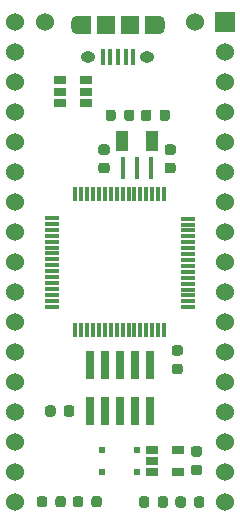
<source format=gts>
%TF.GenerationSoftware,KiCad,Pcbnew,(5.1.10-1-10_14)*%
%TF.CreationDate,2021-05-30T00:03:35-07:00*%
%TF.ProjectId,BetsyBoard,42657473-7942-46f6-9172-642e6b696361,rev?*%
%TF.SameCoordinates,Original*%
%TF.FileFunction,Soldermask,Top*%
%TF.FilePolarity,Negative*%
%FSLAX46Y46*%
G04 Gerber Fmt 4.6, Leading zero omitted, Abs format (unit mm)*
G04 Created by KiCad (PCBNEW (5.1.10-1-10_14)) date 2021-05-30 00:03:35*
%MOMM*%
%LPD*%
G01*
G04 APERTURE LIST*
%ADD10R,1.700000X1.700000*%
%ADD11R,0.550000X0.600000*%
%ADD12O,1.000000X1.550000*%
%ADD13O,1.250000X0.950000*%
%ADD14R,1.200000X1.550000*%
%ADD15R,1.550000X1.500000*%
%ADD16R,1.500000X1.550000*%
%ADD17R,0.400000X1.350000*%
%ADD18R,1.060000X0.650000*%
%ADD19R,1.000000X1.800000*%
%ADD20R,0.400000X1.900000*%
%ADD21R,0.740000X2.400000*%
%ADD22R,1.200000X0.300000*%
%ADD23R,0.300000X1.200000*%
%ADD24C,1.524000*%
G04 APERTURE END LIST*
D10*
%TO.C,P6*%
X124917200Y-59740800D03*
%TD*%
%TO.C,C18*%
G36*
G01*
X114950000Y-70975000D02*
X114450000Y-70975000D01*
G75*
G02*
X114225000Y-70750000I0J225000D01*
G01*
X114225000Y-70300000D01*
G75*
G02*
X114450000Y-70075000I225000J0D01*
G01*
X114950000Y-70075000D01*
G75*
G02*
X115175000Y-70300000I0J-225000D01*
G01*
X115175000Y-70750000D01*
G75*
G02*
X114950000Y-70975000I-225000J0D01*
G01*
G37*
G36*
G01*
X114950000Y-72525000D02*
X114450000Y-72525000D01*
G75*
G02*
X114225000Y-72300000I0J225000D01*
G01*
X114225000Y-71850000D01*
G75*
G02*
X114450000Y-71625000I225000J0D01*
G01*
X114950000Y-71625000D01*
G75*
G02*
X115175000Y-71850000I0J-225000D01*
G01*
X115175000Y-72300000D01*
G75*
G02*
X114950000Y-72525000I-225000J0D01*
G01*
G37*
%TD*%
%TO.C,C4*%
G36*
G01*
X120550000Y-70975000D02*
X120050000Y-70975000D01*
G75*
G02*
X119825000Y-70750000I0J225000D01*
G01*
X119825000Y-70300000D01*
G75*
G02*
X120050000Y-70075000I225000J0D01*
G01*
X120550000Y-70075000D01*
G75*
G02*
X120775000Y-70300000I0J-225000D01*
G01*
X120775000Y-70750000D01*
G75*
G02*
X120550000Y-70975000I-225000J0D01*
G01*
G37*
G36*
G01*
X120550000Y-72525000D02*
X120050000Y-72525000D01*
G75*
G02*
X119825000Y-72300000I0J225000D01*
G01*
X119825000Y-71850000D01*
G75*
G02*
X120050000Y-71625000I225000J0D01*
G01*
X120550000Y-71625000D01*
G75*
G02*
X120775000Y-71850000I0J-225000D01*
G01*
X120775000Y-72300000D01*
G75*
G02*
X120550000Y-72525000I-225000J0D01*
G01*
G37*
%TD*%
D11*
%TO.C,SW2*%
X114555000Y-97770000D03*
X117505000Y-97770000D03*
X114555000Y-95970000D03*
X117505000Y-95970000D03*
%TD*%
D12*
%TO.C,J1*%
X112374800Y-59969400D03*
X119374800Y-59969400D03*
D13*
X113374800Y-62669400D03*
X118374800Y-62669400D03*
D14*
X112974800Y-59969400D03*
D15*
X114874800Y-59969400D03*
D16*
X116874800Y-59969400D03*
D14*
X118774800Y-59969400D03*
D17*
X114574800Y-62644400D03*
X115224800Y-62644400D03*
X115874800Y-62644400D03*
X116524800Y-62644400D03*
X117174800Y-62644400D03*
%TD*%
D18*
%TO.C,U3*%
X120940000Y-95924800D03*
X120940000Y-97824800D03*
X118740000Y-97824800D03*
X118740000Y-96874800D03*
X118740000Y-95924800D03*
%TD*%
D19*
%TO.C,Y1*%
X118760000Y-69790000D03*
X116260000Y-69790000D03*
%TD*%
D20*
%TO.C,X1*%
X118700000Y-72100000D03*
X117500000Y-72100000D03*
X116300000Y-72100000D03*
%TD*%
D21*
%TO.C,P3*%
X113490000Y-88778000D03*
X114760000Y-88778000D03*
X116030000Y-88778000D03*
X117300000Y-88778000D03*
X118570000Y-88778000D03*
X113490000Y-92678000D03*
X114760000Y-92678000D03*
X116030000Y-92678000D03*
X117300000Y-92678000D03*
X118570000Y-92678000D03*
%TD*%
D18*
%TO.C,U2*%
X113200000Y-65600000D03*
X113200000Y-64650000D03*
X113200000Y-66550000D03*
X111000000Y-66550000D03*
X111000000Y-65600000D03*
X111000000Y-64650000D03*
%TD*%
%TO.C,R4*%
G36*
G01*
X109886000Y-100073750D02*
X109886000Y-100586250D01*
G75*
G02*
X109667250Y-100805000I-218750J0D01*
G01*
X109229750Y-100805000D01*
G75*
G02*
X109011000Y-100586250I0J218750D01*
G01*
X109011000Y-100073750D01*
G75*
G02*
X109229750Y-99855000I218750J0D01*
G01*
X109667250Y-99855000D01*
G75*
G02*
X109886000Y-100073750I0J-218750D01*
G01*
G37*
G36*
G01*
X111461000Y-100073750D02*
X111461000Y-100586250D01*
G75*
G02*
X111242250Y-100805000I-218750J0D01*
G01*
X110804750Y-100805000D01*
G75*
G02*
X110586000Y-100586250I0J218750D01*
G01*
X110586000Y-100073750D01*
G75*
G02*
X110804750Y-99855000I218750J0D01*
G01*
X111242250Y-99855000D01*
G75*
G02*
X111461000Y-100073750I0J-218750D01*
G01*
G37*
%TD*%
%TO.C,R3*%
G36*
G01*
X118550000Y-100093750D02*
X118550000Y-100606250D01*
G75*
G02*
X118331250Y-100825000I-218750J0D01*
G01*
X117893750Y-100825000D01*
G75*
G02*
X117675000Y-100606250I0J218750D01*
G01*
X117675000Y-100093750D01*
G75*
G02*
X117893750Y-99875000I218750J0D01*
G01*
X118331250Y-99875000D01*
G75*
G02*
X118550000Y-100093750I0J-218750D01*
G01*
G37*
G36*
G01*
X120125000Y-100093750D02*
X120125000Y-100606250D01*
G75*
G02*
X119906250Y-100825000I-218750J0D01*
G01*
X119468750Y-100825000D01*
G75*
G02*
X119250000Y-100606250I0J218750D01*
G01*
X119250000Y-100093750D01*
G75*
G02*
X119468750Y-99875000I218750J0D01*
G01*
X119906250Y-99875000D01*
G75*
G02*
X120125000Y-100093750I0J-218750D01*
G01*
G37*
%TD*%
%TO.C,D2*%
G36*
G01*
X113634000Y-100586250D02*
X113634000Y-100073750D01*
G75*
G02*
X113852750Y-99855000I218750J0D01*
G01*
X114290250Y-99855000D01*
G75*
G02*
X114509000Y-100073750I0J-218750D01*
G01*
X114509000Y-100586250D01*
G75*
G02*
X114290250Y-100805000I-218750J0D01*
G01*
X113852750Y-100805000D01*
G75*
G02*
X113634000Y-100586250I0J218750D01*
G01*
G37*
G36*
G01*
X112059000Y-100586250D02*
X112059000Y-100073750D01*
G75*
G02*
X112277750Y-99855000I218750J0D01*
G01*
X112715250Y-99855000D01*
G75*
G02*
X112934000Y-100073750I0J-218750D01*
G01*
X112934000Y-100586250D01*
G75*
G02*
X112715250Y-100805000I-218750J0D01*
G01*
X112277750Y-100805000D01*
G75*
G02*
X112059000Y-100586250I0J218750D01*
G01*
G37*
%TD*%
%TO.C,D1*%
G36*
G01*
X122320800Y-100611650D02*
X122320800Y-100099150D01*
G75*
G02*
X122539550Y-99880400I218750J0D01*
G01*
X122977050Y-99880400D01*
G75*
G02*
X123195800Y-100099150I0J-218750D01*
G01*
X123195800Y-100611650D01*
G75*
G02*
X122977050Y-100830400I-218750J0D01*
G01*
X122539550Y-100830400D01*
G75*
G02*
X122320800Y-100611650I0J218750D01*
G01*
G37*
G36*
G01*
X120745800Y-100611650D02*
X120745800Y-100099150D01*
G75*
G02*
X120964550Y-99880400I218750J0D01*
G01*
X121402050Y-99880400D01*
G75*
G02*
X121620800Y-100099150I0J-218750D01*
G01*
X121620800Y-100611650D01*
G75*
G02*
X121402050Y-100830400I-218750J0D01*
G01*
X120964550Y-100830400D01*
G75*
G02*
X120745800Y-100611650I0J218750D01*
G01*
G37*
%TD*%
%TO.C,C17*%
G36*
G01*
X122276150Y-97199400D02*
X122788650Y-97199400D01*
G75*
G02*
X123007400Y-97418150I0J-218750D01*
G01*
X123007400Y-97855650D01*
G75*
G02*
X122788650Y-98074400I-218750J0D01*
G01*
X122276150Y-98074400D01*
G75*
G02*
X122057400Y-97855650I0J218750D01*
G01*
X122057400Y-97418150D01*
G75*
G02*
X122276150Y-97199400I218750J0D01*
G01*
G37*
G36*
G01*
X122276150Y-95624400D02*
X122788650Y-95624400D01*
G75*
G02*
X123007400Y-95843150I0J-218750D01*
G01*
X123007400Y-96280650D01*
G75*
G02*
X122788650Y-96499400I-218750J0D01*
G01*
X122276150Y-96499400D01*
G75*
G02*
X122057400Y-96280650I0J218750D01*
G01*
X122057400Y-95843150D01*
G75*
G02*
X122276150Y-95624400I218750J0D01*
G01*
G37*
%TD*%
%TO.C,C9*%
G36*
G01*
X118700000Y-67357750D02*
X118700000Y-67870250D01*
G75*
G02*
X118481250Y-68089000I-218750J0D01*
G01*
X118043750Y-68089000D01*
G75*
G02*
X117825000Y-67870250I0J218750D01*
G01*
X117825000Y-67357750D01*
G75*
G02*
X118043750Y-67139000I218750J0D01*
G01*
X118481250Y-67139000D01*
G75*
G02*
X118700000Y-67357750I0J-218750D01*
G01*
G37*
G36*
G01*
X120275000Y-67357750D02*
X120275000Y-67870250D01*
G75*
G02*
X120056250Y-68089000I-218750J0D01*
G01*
X119618750Y-68089000D01*
G75*
G02*
X119400000Y-67870250I0J218750D01*
G01*
X119400000Y-67357750D01*
G75*
G02*
X119618750Y-67139000I218750J0D01*
G01*
X120056250Y-67139000D01*
G75*
G02*
X120275000Y-67357750I0J-218750D01*
G01*
G37*
%TD*%
%TO.C,C8*%
G36*
G01*
X116400000Y-67870250D02*
X116400000Y-67357750D01*
G75*
G02*
X116618750Y-67139000I218750J0D01*
G01*
X117056250Y-67139000D01*
G75*
G02*
X117275000Y-67357750I0J-218750D01*
G01*
X117275000Y-67870250D01*
G75*
G02*
X117056250Y-68089000I-218750J0D01*
G01*
X116618750Y-68089000D01*
G75*
G02*
X116400000Y-67870250I0J218750D01*
G01*
G37*
G36*
G01*
X114825000Y-67870250D02*
X114825000Y-67357750D01*
G75*
G02*
X115043750Y-67139000I218750J0D01*
G01*
X115481250Y-67139000D01*
G75*
G02*
X115700000Y-67357750I0J-218750D01*
G01*
X115700000Y-67870250D01*
G75*
G02*
X115481250Y-68089000I-218750J0D01*
G01*
X115043750Y-68089000D01*
G75*
G02*
X114825000Y-67870250I0J218750D01*
G01*
G37*
%TD*%
%TO.C,C3*%
G36*
G01*
X110600000Y-92393750D02*
X110600000Y-92906250D01*
G75*
G02*
X110381250Y-93125000I-218750J0D01*
G01*
X109943750Y-93125000D01*
G75*
G02*
X109725000Y-92906250I0J218750D01*
G01*
X109725000Y-92393750D01*
G75*
G02*
X109943750Y-92175000I218750J0D01*
G01*
X110381250Y-92175000D01*
G75*
G02*
X110600000Y-92393750I0J-218750D01*
G01*
G37*
G36*
G01*
X112175000Y-92393750D02*
X112175000Y-92906250D01*
G75*
G02*
X111956250Y-93125000I-218750J0D01*
G01*
X111518750Y-93125000D01*
G75*
G02*
X111300000Y-92906250I0J218750D01*
G01*
X111300000Y-92393750D01*
G75*
G02*
X111518750Y-92175000I218750J0D01*
G01*
X111956250Y-92175000D01*
G75*
G02*
X112175000Y-92393750I0J-218750D01*
G01*
G37*
%TD*%
%TO.C,C7*%
G36*
G01*
X121156250Y-87950000D02*
X120643750Y-87950000D01*
G75*
G02*
X120425000Y-87731250I0J218750D01*
G01*
X120425000Y-87293750D01*
G75*
G02*
X120643750Y-87075000I218750J0D01*
G01*
X121156250Y-87075000D01*
G75*
G02*
X121375000Y-87293750I0J-218750D01*
G01*
X121375000Y-87731250D01*
G75*
G02*
X121156250Y-87950000I-218750J0D01*
G01*
G37*
G36*
G01*
X121156250Y-89525000D02*
X120643750Y-89525000D01*
G75*
G02*
X120425000Y-89306250I0J218750D01*
G01*
X120425000Y-88868750D01*
G75*
G02*
X120643750Y-88650000I218750J0D01*
G01*
X121156250Y-88650000D01*
G75*
G02*
X121375000Y-88868750I0J-218750D01*
G01*
X121375000Y-89306250D01*
G75*
G02*
X121156250Y-89525000I-218750J0D01*
G01*
G37*
%TD*%
D22*
%TO.C,U4*%
X121780000Y-76360000D03*
X121780000Y-76860000D03*
X121780000Y-77360000D03*
X121780000Y-77860000D03*
X121780000Y-78360000D03*
X121780000Y-78860000D03*
X121780000Y-79360000D03*
X121780000Y-79860000D03*
X121780000Y-80360000D03*
X121780000Y-80860000D03*
X121780000Y-81360000D03*
X121780000Y-81860000D03*
X121780000Y-82360000D03*
X121780000Y-82860000D03*
X121780000Y-83360000D03*
X121780000Y-83860000D03*
D23*
X119780000Y-85810000D03*
X119280000Y-85810000D03*
X118780000Y-85810000D03*
X118280000Y-85810000D03*
X117780000Y-85810000D03*
X117280000Y-85810000D03*
X116780000Y-85810000D03*
X116280000Y-85810000D03*
X115780000Y-85810000D03*
X115280000Y-85810000D03*
X114780000Y-85810000D03*
X114280000Y-85810000D03*
X113780000Y-85810000D03*
X113280000Y-85810000D03*
X112780000Y-85810000D03*
X112280000Y-85810000D03*
D22*
X110280000Y-83810000D03*
X110280000Y-83310000D03*
X110280000Y-82810000D03*
X110280000Y-82310000D03*
X110280000Y-81810000D03*
X110280000Y-81310000D03*
X110280000Y-80810000D03*
X110280000Y-80310000D03*
X110280000Y-79810000D03*
X110280000Y-79310000D03*
X110280000Y-78810000D03*
X110280000Y-78310000D03*
X110280000Y-77810000D03*
X110280000Y-77310000D03*
X110280000Y-76810000D03*
X110280000Y-76310000D03*
D23*
X112280000Y-74310000D03*
X112780000Y-74310000D03*
X113280000Y-74310000D03*
X113780000Y-74310000D03*
X114280000Y-74310000D03*
X114780000Y-74310000D03*
X115280000Y-74310000D03*
X115780000Y-74310000D03*
X116280000Y-74310000D03*
X116780000Y-74310000D03*
X117280000Y-74310000D03*
X117780000Y-74310000D03*
X118280000Y-74310000D03*
X118780000Y-74310000D03*
X119280000Y-74310000D03*
X119780000Y-74310000D03*
%TD*%
D24*
%TO.C,P4*%
X107140000Y-62280000D03*
X107140000Y-64820000D03*
X107140000Y-67360000D03*
X107140000Y-69900000D03*
X107140000Y-72440000D03*
X107140000Y-74980000D03*
X107140000Y-77520000D03*
X107140000Y-80060000D03*
X107140000Y-82600000D03*
X107140000Y-85140000D03*
X107140000Y-87680000D03*
X107140000Y-90220000D03*
X107140000Y-92760000D03*
X107140000Y-95300000D03*
X107140000Y-97840000D03*
X107140000Y-100380000D03*
%TD*%
%TO.C,P5*%
X124920000Y-100380000D03*
X124920000Y-97840000D03*
X124920000Y-95300000D03*
X124920000Y-92760000D03*
X124920000Y-90220000D03*
X124920000Y-87680000D03*
X124920000Y-85140000D03*
X124920000Y-82600000D03*
X124920000Y-80060000D03*
X124920000Y-77520000D03*
X124920000Y-74980000D03*
X124920000Y-72440000D03*
X124920000Y-69900000D03*
X124920000Y-67360000D03*
X124920000Y-64820000D03*
X124920000Y-62280000D03*
%TD*%
%TO.C,P1*%
X109680000Y-59740000D03*
%TD*%
%TO.C,P7*%
X122377200Y-59740800D03*
%TD*%
%TO.C,P2*%
X107140000Y-59740000D03*
%TD*%
M02*

</source>
